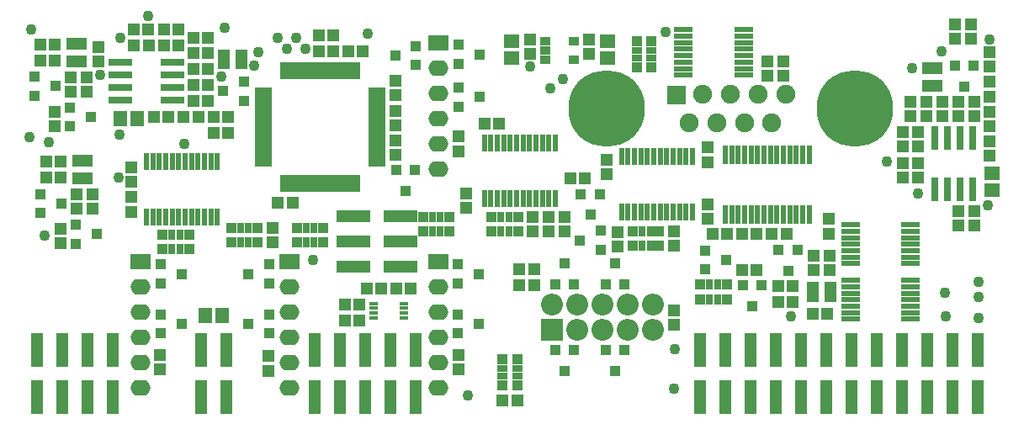
<source format=gbs>
G04 #@! TF.FileFunction,Soldermask,Bot*
%FSLAX46Y46*%
G04 Gerber Fmt 4.6, Leading zero omitted, Abs format (unit mm)*
G04 Created by KiCad (PCBNEW 4.0.6) date 08/12/17 18:49:30*
%MOMM*%
%LPD*%
G01*
G04 APERTURE LIST*
%ADD10C,0.100000*%
%ADD11R,0.550000X1.750000*%
%ADD12R,1.150000X1.200000*%
%ADD13R,1.850000X0.600000*%
%ADD14R,1.000000X1.100000*%
%ADD15R,1.100000X1.000000*%
%ADD16R,1.200000X1.150000*%
%ADD17C,1.100000*%
%ADD18C,7.700000*%
%ADD19R,2.000000X1.600000*%
%ADD20O,2.000000X1.600000*%
%ADD21R,1.200000X0.670000*%
%ADD22R,1.400000X1.650000*%
%ADD23R,1.650000X1.400000*%
%ADD24R,0.670000X1.200000*%
%ADD25R,1.100000X0.950000*%
%ADD26R,0.600000X1.850000*%
%ADD27R,0.800000X2.400000*%
%ADD28R,0.950000X0.450000*%
%ADD29R,2.400000X0.800000*%
%ADD30R,3.450000X1.200000*%
%ADD31R,1.900000X1.900000*%
%ADD32C,1.900000*%
%ADD33R,2.200000X2.200000*%
%ADD34O,2.200000X2.200000*%
%ADD35R,1.000000X1.000000*%
%ADD36R,0.750000X1.000000*%
%ADD37R,1.000000X0.750000*%
%ADD38R,1.200000X3.450000*%
%ADD39R,1.700000X0.500000*%
%ADD40R,0.500000X1.700000*%
G04 APERTURE END LIST*
D10*
D11*
X67225000Y-32700000D03*
X67875000Y-32700000D03*
X68525000Y-32700000D03*
X69175000Y-32700000D03*
X69825000Y-32700000D03*
X70475000Y-32700000D03*
X71125000Y-32700000D03*
X71775000Y-32700000D03*
X72425000Y-32700000D03*
X73075000Y-32700000D03*
X73725000Y-32700000D03*
X74375000Y-32700000D03*
X74375000Y-38300000D03*
X73725000Y-38300000D03*
X73075000Y-38300000D03*
X72425000Y-38300000D03*
X71775000Y-38300000D03*
X71125000Y-38300000D03*
X70475000Y-38300000D03*
X69825000Y-38300000D03*
X69175000Y-38300000D03*
X68525000Y-38300000D03*
X67875000Y-38300000D03*
X67225000Y-38300000D03*
D12*
X109300000Y-34775000D03*
X109300000Y-36225000D03*
D13*
X110125000Y-46550000D03*
X110125000Y-47200000D03*
X110125000Y-47850000D03*
X110125000Y-48500000D03*
X110125000Y-49150000D03*
X110125000Y-49800000D03*
X110125000Y-50450000D03*
X104075000Y-50450000D03*
X104075000Y-49800000D03*
X104075000Y-49150000D03*
X104075000Y-48500000D03*
X104075000Y-47850000D03*
X104075000Y-47200000D03*
X104075000Y-46550000D03*
D14*
X74350000Y-53550000D03*
X76250000Y-53550000D03*
X75300000Y-55650000D03*
X79450000Y-53550000D03*
X81350000Y-53550000D03*
X80400000Y-55650000D03*
X81351200Y-46950000D03*
X79451200Y-46950000D03*
X80401200Y-44850000D03*
X76250000Y-46950000D03*
X74350000Y-46950000D03*
X75300000Y-44850000D03*
D15*
X64550000Y-51850000D03*
X64550000Y-49950000D03*
X66650000Y-50900000D03*
X64550000Y-46850000D03*
X64550000Y-44950000D03*
X66650000Y-45900000D03*
X64650000Y-29050000D03*
X64650000Y-27150000D03*
X66750000Y-28100000D03*
D14*
X58350000Y-35450000D03*
X60250000Y-35450000D03*
X59300000Y-37550000D03*
D16*
X55025000Y-23500000D03*
X53575000Y-23500000D03*
D12*
X58300000Y-33925000D03*
X58300000Y-32475000D03*
X58300000Y-27925000D03*
X58300000Y-26475000D03*
D16*
X46475000Y-38700000D03*
X47925000Y-38700000D03*
X52025000Y-21900000D03*
X50575000Y-21900000D03*
D12*
X58300000Y-29475000D03*
X58300000Y-30925000D03*
X71800000Y-23725000D03*
X71800000Y-22275000D03*
X77800000Y-23725000D03*
X77800000Y-22275000D03*
X89700000Y-40325000D03*
X89700000Y-38875000D03*
D16*
X93175000Y-41900000D03*
X94625000Y-41900000D03*
D12*
X89700000Y-33175000D03*
X89700000Y-34625000D03*
D16*
X91625000Y-41900000D03*
X90175000Y-41900000D03*
D12*
X101900000Y-40375000D03*
X101900000Y-41825000D03*
X86300000Y-51025000D03*
X86300000Y-49575000D03*
X114900000Y-39575000D03*
X114900000Y-41025000D03*
D17*
X113655251Y-50155251D03*
X113600000Y-47800000D03*
D12*
X64600000Y-54075000D03*
X64600000Y-55525000D03*
D16*
X67275000Y-30800000D03*
X68725000Y-30800000D03*
D12*
X65400000Y-39275000D03*
X65400000Y-37825000D03*
D16*
X70775000Y-45400000D03*
X72225000Y-45400000D03*
X70775000Y-47000000D03*
X72225000Y-47000000D03*
D12*
X86300000Y-41575000D03*
X86300000Y-43025000D03*
X75300000Y-40175000D03*
X75300000Y-41625000D03*
X118100000Y-32575000D03*
X118100000Y-34025000D03*
X109300000Y-33025000D03*
X109300000Y-31575000D03*
X102000000Y-45525000D03*
X102000000Y-44075000D03*
X100400000Y-45525000D03*
X100400000Y-44075000D03*
X116500000Y-28575000D03*
X116500000Y-30025000D03*
X95700000Y-25925000D03*
X95700000Y-24475000D03*
X34600000Y-54075000D03*
X34600000Y-55525000D03*
D18*
X104500000Y-29250000D03*
X79500000Y-29250000D03*
D12*
X31700000Y-35175000D03*
X31700000Y-36625000D03*
D16*
X59825000Y-47400000D03*
X58375000Y-47400000D03*
D12*
X72100000Y-41625000D03*
X72100000Y-40175000D03*
X73700000Y-41625000D03*
X73700000Y-40175000D03*
X80600000Y-41675000D03*
X80600000Y-43125000D03*
D16*
X69075000Y-58600000D03*
X70525000Y-58600000D03*
X75875000Y-36300000D03*
X77325000Y-36300000D03*
X96775000Y-47100000D03*
X98225000Y-47100000D03*
X98225000Y-48700000D03*
X96775000Y-48700000D03*
X55375000Y-47400000D03*
X56825000Y-47400000D03*
X24025000Y-24400000D03*
X22575000Y-24400000D03*
D12*
X45500000Y-54175000D03*
X45500000Y-55625000D03*
D16*
X35439599Y-30099311D03*
X33989599Y-30099311D03*
X34989599Y-21299311D03*
X36439599Y-21299311D03*
X24625000Y-34600000D03*
X23175000Y-34600000D03*
X24625000Y-36200000D03*
X23175000Y-36200000D03*
D19*
X62600000Y-44650000D03*
D20*
X62600000Y-47190000D03*
X62600000Y-49730000D03*
X62600000Y-52270000D03*
X62600000Y-54810000D03*
X62600000Y-57350000D03*
D15*
X64650000Y-24750000D03*
X64650000Y-22850000D03*
X66750000Y-23800000D03*
X34650000Y-46850000D03*
X34650000Y-44950000D03*
X36750000Y-45900000D03*
X34650000Y-51850000D03*
X34650000Y-49950000D03*
X36750000Y-50900000D03*
X45550000Y-44950000D03*
X45550000Y-46850000D03*
X43450000Y-45900000D03*
X45550000Y-49950000D03*
X45550000Y-51850000D03*
X43450000Y-50900000D03*
D12*
X110900000Y-36225000D03*
X110900000Y-34775000D03*
X110900000Y-31575000D03*
X110900000Y-33025000D03*
D16*
X94625000Y-45500000D03*
X93175000Y-45500000D03*
X101725000Y-49900000D03*
X100275000Y-49900000D03*
D12*
X114900000Y-28575000D03*
X114900000Y-30025000D03*
X113300000Y-28575000D03*
X113300000Y-30025000D03*
X111700000Y-28575000D03*
X111700000Y-30025000D03*
X110100000Y-28575000D03*
X110100000Y-30025000D03*
X118100000Y-23575000D03*
X118100000Y-25025000D03*
X118100000Y-28025000D03*
X118100000Y-26575000D03*
X97300000Y-24475000D03*
X97300000Y-25925000D03*
D16*
X54625000Y-49000000D03*
X53175000Y-49000000D03*
X54625000Y-50600000D03*
X53175000Y-50600000D03*
D12*
X25600000Y-27525000D03*
X25600000Y-26075000D03*
X27200000Y-26075000D03*
X27200000Y-27525000D03*
X24000000Y-29575000D03*
X24000000Y-31025000D03*
X28400000Y-23075000D03*
X28400000Y-24525000D03*
X26200000Y-39325000D03*
X26200000Y-37875000D03*
D16*
X33425000Y-21300000D03*
X31975000Y-21300000D03*
X31989599Y-22899311D03*
X33439599Y-22899311D03*
D12*
X27800000Y-37875000D03*
X27800000Y-39325000D03*
D16*
X36439599Y-22899311D03*
X34989599Y-22899311D03*
D12*
X24600000Y-41375000D03*
X24600000Y-42825000D03*
D16*
X39439599Y-26899311D03*
X37989599Y-26899311D03*
X39439599Y-25299311D03*
X37989599Y-25299311D03*
X39439599Y-23699311D03*
X37989599Y-23699311D03*
D11*
X81025000Y-34100000D03*
X81675000Y-34100000D03*
X82325000Y-34100000D03*
X82975000Y-34100000D03*
X83625000Y-34100000D03*
X84275000Y-34100000D03*
X84925000Y-34100000D03*
X85575000Y-34100000D03*
X86225000Y-34100000D03*
X86875000Y-34100000D03*
X87525000Y-34100000D03*
X88175000Y-34100000D03*
X88175000Y-39700000D03*
X87525000Y-39700000D03*
X86875000Y-39700000D03*
X86225000Y-39700000D03*
X85575000Y-39700000D03*
X84925000Y-39700000D03*
X84275000Y-39700000D03*
X83625000Y-39700000D03*
X82975000Y-39700000D03*
X82325000Y-39700000D03*
X81675000Y-39700000D03*
X81025000Y-39700000D03*
D21*
X102100000Y-47050000D03*
X102100000Y-47700000D03*
X102100000Y-48350000D03*
X100300000Y-48350000D03*
X100300000Y-47700000D03*
X100300000Y-47050000D03*
D22*
X39150000Y-50100000D03*
X40850000Y-50100000D03*
D23*
X70000000Y-24150000D03*
X70000000Y-22450000D03*
X79600000Y-24150000D03*
X79600000Y-22450000D03*
D12*
X79500000Y-34375000D03*
X79500000Y-35825000D03*
X64600000Y-32075000D03*
X64600000Y-33525000D03*
D23*
X118300000Y-37450000D03*
X118300000Y-35750000D03*
D12*
X118100000Y-29575000D03*
X118100000Y-31025000D03*
X31700000Y-39625000D03*
X31700000Y-38175000D03*
D16*
X24025000Y-22800000D03*
X22575000Y-22800000D03*
D22*
X30564599Y-30299311D03*
X32264599Y-30299311D03*
D16*
X38439599Y-30099311D03*
X36989599Y-30099311D03*
X39439599Y-28499311D03*
X37989599Y-28499311D03*
D19*
X62600000Y-22650000D03*
D20*
X62600000Y-25190000D03*
X62600000Y-27730000D03*
X62600000Y-30270000D03*
X62600000Y-32810000D03*
X62600000Y-35350000D03*
D19*
X32600000Y-44650000D03*
D20*
X32600000Y-47190000D03*
X32600000Y-49730000D03*
X32600000Y-52270000D03*
X32600000Y-54810000D03*
X32600000Y-57350000D03*
D15*
X60350000Y-22950000D03*
X60350000Y-24850000D03*
X58250000Y-23900000D03*
D14*
X96850000Y-43450000D03*
X98750000Y-43450000D03*
X97800000Y-45550000D03*
D24*
X111650000Y-25200000D03*
X112300000Y-25200000D03*
X112950000Y-25200000D03*
X112950000Y-27000000D03*
X112300000Y-27000000D03*
X111650000Y-27000000D03*
D15*
X22550000Y-39750000D03*
X22550000Y-37850000D03*
X24650000Y-38800000D03*
D21*
X42814599Y-23649311D03*
X42814599Y-24299311D03*
X42814599Y-24949311D03*
X41014599Y-24949311D03*
X41014599Y-24299311D03*
X41014599Y-23649311D03*
D16*
X39439599Y-22099311D03*
X37989599Y-22099311D03*
D25*
X73400000Y-24350000D03*
X73400000Y-23400000D03*
X73400000Y-22450000D03*
X76200000Y-22450000D03*
X76200000Y-24350000D03*
D13*
X110125000Y-40950000D03*
X110125000Y-41600000D03*
X110125000Y-42250000D03*
X110125000Y-42900000D03*
X110125000Y-43550000D03*
X110125000Y-44200000D03*
X110125000Y-44850000D03*
X104075000Y-44850000D03*
X104075000Y-44200000D03*
X104075000Y-43550000D03*
X104075000Y-42900000D03*
X104075000Y-42250000D03*
X104075000Y-41600000D03*
X104075000Y-40950000D03*
D26*
X91475000Y-33875000D03*
X92125000Y-33875000D03*
X92775000Y-33875000D03*
X93425000Y-33875000D03*
X94075000Y-33875000D03*
X94725000Y-33875000D03*
X95375000Y-33875000D03*
X96025000Y-33875000D03*
X96675000Y-33875000D03*
X97325000Y-33875000D03*
X97975000Y-33875000D03*
X98625000Y-33875000D03*
X99275000Y-33875000D03*
X99925000Y-33875000D03*
X99925000Y-39925000D03*
X99275000Y-39925000D03*
X98625000Y-39925000D03*
X97975000Y-39925000D03*
X97325000Y-39925000D03*
X96675000Y-39925000D03*
X96025000Y-39925000D03*
X95375000Y-39925000D03*
X94725000Y-39925000D03*
X94075000Y-39925000D03*
X93425000Y-39925000D03*
X92775000Y-39925000D03*
X92125000Y-39925000D03*
X91475000Y-39925000D03*
D27*
X116405000Y-37400000D03*
X115135000Y-37400000D03*
X113865000Y-37400000D03*
X112595000Y-37400000D03*
X112595000Y-32200000D03*
X113865000Y-32200000D03*
X115135000Y-32200000D03*
X116405000Y-32200000D03*
D13*
X87275000Y-25875000D03*
X87275000Y-25225000D03*
X87275000Y-24575000D03*
X87275000Y-23925000D03*
X87275000Y-23275000D03*
X87275000Y-22625000D03*
X87275000Y-21975000D03*
X87275000Y-21325000D03*
X93325000Y-21325000D03*
X93325000Y-21975000D03*
X93325000Y-22625000D03*
X93325000Y-23275000D03*
X93325000Y-23925000D03*
X93325000Y-24575000D03*
X93325000Y-25225000D03*
X93325000Y-25875000D03*
D11*
X33225000Y-34600000D03*
X33875000Y-34600000D03*
X34525000Y-34600000D03*
X35175000Y-34600000D03*
X35825000Y-34600000D03*
X36475000Y-34600000D03*
X37125000Y-34600000D03*
X37775000Y-34600000D03*
X38425000Y-34600000D03*
X39075000Y-34600000D03*
X39725000Y-34600000D03*
X40375000Y-34600000D03*
X40375000Y-40200000D03*
X39725000Y-40200000D03*
X39075000Y-40200000D03*
X38425000Y-40200000D03*
X37775000Y-40200000D03*
X37125000Y-40200000D03*
X36475000Y-40200000D03*
X35825000Y-40200000D03*
X35175000Y-40200000D03*
X34525000Y-40200000D03*
X33875000Y-40200000D03*
X33225000Y-40200000D03*
D28*
X59150000Y-48850000D03*
X59150000Y-49350000D03*
X59150000Y-49850000D03*
X59150000Y-50350000D03*
X56050000Y-50350000D03*
X56050000Y-49850000D03*
X56050000Y-49350000D03*
X56050000Y-48850000D03*
D24*
X25550000Y-22700000D03*
X26200000Y-22700000D03*
X26850000Y-22700000D03*
X26850000Y-24500000D03*
X26200000Y-24500000D03*
X25550000Y-24500000D03*
X26150000Y-34500000D03*
X26800000Y-34500000D03*
X27450000Y-34500000D03*
X27450000Y-36300000D03*
X26800000Y-36300000D03*
X26150000Y-36300000D03*
D29*
X30614599Y-28404311D03*
X30614599Y-27134311D03*
X30614599Y-25864311D03*
X30614599Y-24594311D03*
X35814599Y-24594311D03*
X35814599Y-25864311D03*
X35814599Y-27134311D03*
X35814599Y-28404311D03*
D30*
X58775000Y-40060000D03*
X58775000Y-42600000D03*
X58775000Y-45140000D03*
X54025000Y-40060000D03*
X54025000Y-42600000D03*
X54025000Y-45140000D03*
D31*
X86540000Y-27855000D03*
D32*
X89230000Y-27830000D03*
X92000000Y-27830000D03*
X94770000Y-27830000D03*
X97540000Y-27830000D03*
X87845000Y-30670000D03*
X90615000Y-30670000D03*
X93385000Y-30670000D03*
X96155000Y-30670000D03*
D19*
X47600000Y-44650000D03*
D20*
X47600000Y-47190000D03*
X47600000Y-49730000D03*
X47600000Y-52270000D03*
X47600000Y-54810000D03*
X47600000Y-57350000D03*
D15*
X78950000Y-41550000D03*
X78950000Y-43450000D03*
X76850000Y-42500000D03*
D14*
X114550000Y-24950000D03*
X116450000Y-24950000D03*
X115500000Y-27050000D03*
D15*
X21950000Y-27950000D03*
X21950000Y-26050000D03*
X24050000Y-27000000D03*
X43064599Y-26549311D03*
X43064599Y-28449311D03*
X40964599Y-27499311D03*
D16*
X50575000Y-23500000D03*
X52025000Y-23500000D03*
D12*
X114600000Y-22225000D03*
X114600000Y-20775000D03*
X116200000Y-22225000D03*
X116200000Y-20775000D03*
X116500000Y-39575000D03*
X116500000Y-41025000D03*
D16*
X41439599Y-31699311D03*
X39989599Y-31699311D03*
X39989599Y-30099311D03*
X41439599Y-30099311D03*
D17*
X107700000Y-34600000D03*
X110900000Y-37800000D03*
X118100000Y-22300000D03*
X113200000Y-23500000D03*
X110300000Y-25200000D03*
X33400000Y-19900000D03*
X30600000Y-22100000D03*
X40750000Y-26000000D03*
X44100000Y-24900000D03*
X44500000Y-23600000D03*
X23000000Y-42000000D03*
X50000000Y-44500000D03*
X41100000Y-21100000D03*
X30400000Y-36200000D03*
X86300000Y-57400000D03*
X117000000Y-48200000D03*
X117000000Y-50300000D03*
X23400000Y-32600000D03*
X21500000Y-32100000D03*
X55500000Y-21700000D03*
X86400000Y-53500000D03*
X117000000Y-46700000D03*
X21600000Y-21300000D03*
X73900000Y-27200000D03*
X98100000Y-50200000D03*
X37000000Y-32800000D03*
X28600000Y-25900000D03*
X85500000Y-21500000D03*
X75100000Y-26300000D03*
X71800000Y-25000000D03*
X65600000Y-58100000D03*
X117900000Y-39000000D03*
X30500000Y-31900000D03*
D33*
X74020000Y-51520000D03*
D34*
X76560000Y-51520000D03*
X79100000Y-51520000D03*
X81640000Y-51520000D03*
X84180000Y-51520000D03*
X74020000Y-48980000D03*
X76560000Y-48980000D03*
X79100000Y-48980000D03*
X81640000Y-48980000D03*
X84180000Y-48980000D03*
D12*
X45900000Y-41275000D03*
X45900000Y-42725000D03*
D15*
X89450000Y-45450000D03*
X89450000Y-43550000D03*
X91550000Y-44500000D03*
D16*
X96175000Y-41900000D03*
X97625000Y-41900000D03*
D14*
X76950000Y-37850000D03*
X78850000Y-37850000D03*
X77900000Y-39950000D03*
X93250000Y-47050000D03*
X95150000Y-47050000D03*
X94200000Y-49150000D03*
D15*
X25550000Y-31050000D03*
X25550000Y-29150000D03*
X27650000Y-30100000D03*
X26150000Y-42850000D03*
X26150000Y-40950000D03*
X28250000Y-41900000D03*
D35*
X51025000Y-42750000D03*
D36*
X50100000Y-42750000D03*
X49300000Y-42750000D03*
D35*
X48375000Y-42750000D03*
X48375000Y-41300000D03*
D36*
X49300000Y-41300000D03*
X50100000Y-41300000D03*
D35*
X51025000Y-41300000D03*
X91625000Y-48425000D03*
D36*
X90700000Y-48425000D03*
X89900000Y-48425000D03*
D35*
X88975000Y-48425000D03*
X88975000Y-46975000D03*
D36*
X89900000Y-46975000D03*
X90700000Y-46975000D03*
D35*
X91625000Y-46975000D03*
X70525000Y-54475000D03*
D37*
X70525000Y-55400000D03*
X70525000Y-56200000D03*
D35*
X70525000Y-57125000D03*
X69075000Y-57125000D03*
D37*
X69075000Y-56200000D03*
X69075000Y-55400000D03*
D35*
X69075000Y-54475000D03*
X84825000Y-43025000D03*
D36*
X83900000Y-43025000D03*
X83100000Y-43025000D03*
D35*
X82175000Y-43025000D03*
X82175000Y-41575000D03*
D36*
X83100000Y-41575000D03*
X83900000Y-41575000D03*
D35*
X84825000Y-41575000D03*
X70625000Y-41625000D03*
D36*
X69700000Y-41625000D03*
X68900000Y-41625000D03*
D35*
X67975000Y-41625000D03*
X67975000Y-40175000D03*
D36*
X68900000Y-40175000D03*
X69700000Y-40175000D03*
D35*
X70625000Y-40175000D03*
X82575000Y-25125000D03*
D37*
X82575000Y-24200000D03*
X82575000Y-23400000D03*
D35*
X82575000Y-22475000D03*
X84025000Y-22475000D03*
D37*
X84025000Y-23400000D03*
X84025000Y-24200000D03*
D35*
X84025000Y-25125000D03*
X37525000Y-43425000D03*
D36*
X36600000Y-43425000D03*
X35800000Y-43425000D03*
D35*
X34875000Y-43425000D03*
X34875000Y-41975000D03*
D36*
X35800000Y-41975000D03*
X36600000Y-41975000D03*
D35*
X37525000Y-41975000D03*
X41775000Y-41275000D03*
D36*
X42700000Y-41275000D03*
X43500000Y-41275000D03*
D35*
X44425000Y-41275000D03*
X44425000Y-42725000D03*
D36*
X43500000Y-42725000D03*
X42700000Y-42725000D03*
D35*
X41775000Y-42725000D03*
X63725000Y-41625000D03*
D36*
X62800000Y-41625000D03*
X62000000Y-41625000D03*
D35*
X61075000Y-41625000D03*
X61075000Y-40175000D03*
D36*
X62000000Y-40175000D03*
X62800000Y-40175000D03*
D35*
X63725000Y-40175000D03*
D38*
X22225000Y-53505000D03*
X24765000Y-53505000D03*
X27305000Y-53505000D03*
X29845000Y-53505000D03*
X22225000Y-58255000D03*
X24765000Y-58255000D03*
X27305000Y-58255000D03*
X29845000Y-58255000D03*
X38735000Y-53505000D03*
X41275000Y-53505000D03*
X38735000Y-58255000D03*
X41275000Y-58255000D03*
X50165000Y-53505000D03*
X52705000Y-53505000D03*
X55245000Y-53505000D03*
X57785000Y-53505000D03*
X60325000Y-53505000D03*
X50165000Y-58255000D03*
X52705000Y-58255000D03*
X55245000Y-58255000D03*
X57785000Y-58255000D03*
X60325000Y-58255000D03*
X88900000Y-53505000D03*
X91440000Y-53505000D03*
X93980000Y-53505000D03*
X96520000Y-53505000D03*
X99060000Y-53505000D03*
X101600000Y-53505000D03*
X104140000Y-53505000D03*
X106680000Y-53505000D03*
X109220000Y-53505000D03*
X111760000Y-53505000D03*
X114300000Y-53505000D03*
X116840000Y-53505000D03*
X88900000Y-58255000D03*
X91440000Y-58255000D03*
X93980000Y-58255000D03*
X96520000Y-58255000D03*
X99060000Y-58255000D03*
X101600000Y-58255000D03*
X104140000Y-58255000D03*
X106680000Y-58255000D03*
X109220000Y-58255000D03*
X111760000Y-58255000D03*
X114300000Y-58255000D03*
X116840000Y-58255000D03*
D17*
X48300000Y-22100000D03*
X47400000Y-23200000D03*
X46400000Y-22100000D03*
X49200000Y-23200000D03*
D39*
X56400000Y-27350000D03*
X56400000Y-27850000D03*
X56400000Y-28350000D03*
X56400000Y-28850000D03*
X56400000Y-29350000D03*
X56400000Y-29850000D03*
X56400000Y-30350000D03*
X56400000Y-30850000D03*
X56400000Y-31350000D03*
X56400000Y-31850000D03*
X56400000Y-32350000D03*
X56400000Y-32850000D03*
X56400000Y-33350000D03*
X56400000Y-33850000D03*
X56400000Y-34350000D03*
X56400000Y-34850000D03*
D40*
X54450000Y-36800000D03*
X53950000Y-36800000D03*
X53450000Y-36800000D03*
X52950000Y-36800000D03*
X52450000Y-36800000D03*
X51950000Y-36800000D03*
X51450000Y-36800000D03*
X50950000Y-36800000D03*
X50450000Y-36800000D03*
X49950000Y-36800000D03*
X49450000Y-36800000D03*
X48950000Y-36800000D03*
X48450000Y-36800000D03*
X47950000Y-36800000D03*
X47450000Y-36800000D03*
X46950000Y-36800000D03*
D39*
X45000000Y-34850000D03*
X45000000Y-34350000D03*
X45000000Y-33850000D03*
X45000000Y-33350000D03*
X45000000Y-32850000D03*
X45000000Y-32350000D03*
X45000000Y-31850000D03*
X45000000Y-31350000D03*
X45000000Y-30850000D03*
X45000000Y-30350000D03*
X45000000Y-29850000D03*
X45000000Y-29350000D03*
X45000000Y-28850000D03*
X45000000Y-28350000D03*
X45000000Y-27850000D03*
X45000000Y-27350000D03*
D40*
X46950000Y-25400000D03*
X47450000Y-25400000D03*
X47950000Y-25400000D03*
X48450000Y-25400000D03*
X48950000Y-25400000D03*
X49450000Y-25400000D03*
X49950000Y-25400000D03*
X50450000Y-25400000D03*
X50950000Y-25400000D03*
X51450000Y-25400000D03*
X51950000Y-25400000D03*
X52450000Y-25400000D03*
X52950000Y-25400000D03*
X53450000Y-25400000D03*
X53950000Y-25400000D03*
X54450000Y-25400000D03*
M02*

</source>
